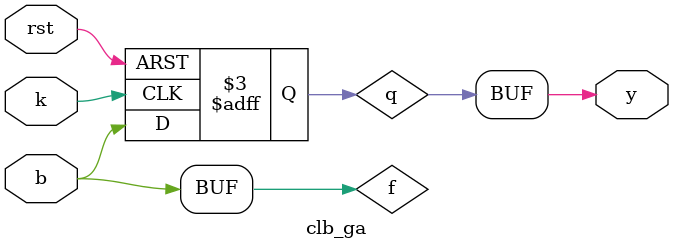
<source format=v>
module clb_ga(
	input b,
	input k,
	input rst,
	output y
);

	wire f;
	reg q;
	
	assign f = b;
	
	always @(posedge k, negedge rst) begin
		if (rst == 1'b0) begin
			q <= 1'b0;
		end else begin
			q <= f;
		end
	end
	
	assign y = q;
	
endmodule

</source>
